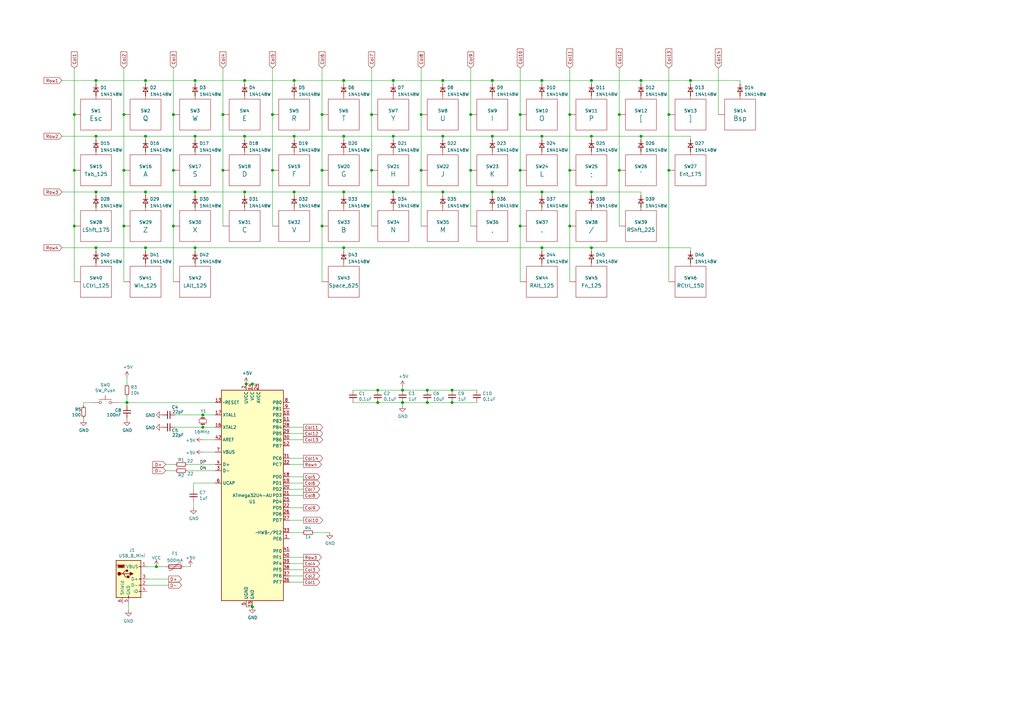
<source format=kicad_sch>
(kicad_sch (version 20210621) (generator eeschema)
  (paper "A3")
  (lib_symbols
    (symbol "Connector:USB_B_Mini" (pin_names (offset 1.016))
      (property "Reference" "J" (at -5.08 11.43 0))
      (property "Value" "USB_B_Mini" (at -5.08 8.89 0))
      (symbol "USB_B_Mini_1_1"
        (pin power_out line (at 7.62 5.08 180) (length 2.54) (name "VBUS") (number "1"))
        (pin bidirectional line (at 7.62 -2.54 180) (length 2.54) (name "D-") (number "2"))
        (pin bidirectional line (at 7.62 0 180) (length 2.54) (name "D+") (number "3"))
        (pin passive line (at 7.62 -5.08 180) (length 2.54) (name "ID") (number "4"))
        (pin power_out line (at 0 -10.16 90) (length 2.54) (name "GND") (number "5"))
        (pin passive line (at -2.54 -10.16 90) (length 2.54) (name "Shield") (number "6"))
      )
    )
    (symbol "Device:C_Small" (pin_numbers hide) (pin_names (offset 0.254) hide)
      (property "Reference" "C" (at 0.254 1.778 0))
      (property "Value" "C_Small" (at 0.254 -2.032 0))
      (symbol "C_Small_1_1"
        (pin passive line (at 0 2.54 270) (length 2.032) (name "~") (number "1"))
        (pin passive line (at 0 -2.54 90) (length 2.032) (name "~") (number "2"))
      )
    )
    (symbol "Device:Crystal_Small" (pin_numbers hide) (pin_names (offset 1.016) hide)
      (property "Reference" "Y" (at 0 2.54 0))
      (property "Value" "Crystal_Small" (at 0 -2.54 0))
      (symbol "Crystal_Small_1_1"
        (pin passive line (at -2.54 0 0) (length 1.27) (name "1") (number "1"))
        (pin passive line (at 2.54 0 180) (length 1.27) (name "2") (number "2"))
      )
    )
    (symbol "Device:D_Small" (pin_numbers hide) (pin_names (offset 0.254) hide)
      (property "Reference" "D" (at -1.27 2.032 0))
      (property "Value" "D_Small" (at -3.81 -2.032 0))
      (symbol "D_Small_1_1"
        (pin passive line (at -2.54 0 0) (length 1.778) (name "K") (number "1"))
        (pin passive line (at 2.54 0 180) (length 1.778) (name "A") (number "2"))
      )
    )
    (symbol "Device:Polyfuse" (pin_numbers hide) (pin_names (offset 0))
      (property "Reference" "F" (at -2.54 0 90))
      (property "Value" "Polyfuse" (at 2.54 0 90))
      (symbol "Polyfuse_1_1"
        (pin passive line (at 0 3.81 270) (length 1.27) (name "~") (number "1"))
        (pin passive line (at 0 -3.81 90) (length 1.27) (name "~") (number "2"))
      )
    )
    (symbol "Device:R_Small" (pin_numbers hide) (pin_names (offset 0.254) hide)
      (property "Reference" "R" (at 0.762 0.508 0))
      (property "Value" "R_Small" (at 0.762 -1.016 0))
      (symbol "R_Small_1_1"
        (pin passive line (at 0 2.54 270) (length 0.762) (name "~") (number "1"))
        (pin passive line (at 0 -2.54 90) (length 0.762) (name "~") (number "2"))
      )
    )
    (symbol "MCU_Microchip_ATmega:ATmega32U4-AU"
      (property "Reference" "U" (at -12.7 44.45 0))
      (property "Value" "ATmega32U4-AU" (at 2.54 -44.45 0))
      (symbol "ATmega32U4-AU_1_1"
        (pin bidirectional line (at 15.24 -17.78 180) (length 2.54) (name "PE6") (number "1"))
        (pin bidirectional line (at 15.24 33.02 180) (length 2.54) (name "PB2") (number "10"))
        (pin bidirectional line (at 15.24 30.48 180) (length 2.54) (name "PB3") (number "11"))
        (pin bidirectional line (at 15.24 20.32 180) (length 2.54) (name "PB7") (number "12"))
        (pin input line (at -15.24 38.1 0) (length 2.54) (name "~RESET") (number "13"))
        (pin power_in line (at 0 45.72 270) (length 2.54) (name "VCC") (number "14"))
        (pin power_in line (at 0 -45.72 90) (length 2.54) (name "GND") (number "15"))
        (pin output line (at -15.24 27.94 0) (length 2.54) (name "XTAL2") (number "16"))
        (pin input line (at -15.24 33.02 0) (length 2.54) (name "XTAL1") (number "17"))
        (pin bidirectional line (at 15.24 7.62 180) (length 2.54) (name "PD0") (number "18"))
        (pin bidirectional line (at 15.24 5.08 180) (length 2.54) (name "PD1") (number "19"))
        (pin power_in line (at -2.54 45.72 270) (length 2.54) (name "UVCC") (number "2"))
        (pin bidirectional line (at 15.24 2.54 180) (length 2.54) (name "PD2") (number "20"))
        (pin bidirectional line (at 15.24 0 180) (length 2.54) (name "PD3") (number "21"))
        (pin bidirectional line (at 15.24 -5.08 180) (length 2.54) (name "PD5") (number "22"))
        (pin passive line (at 0 -45.72 90) (length 2.54) hide (name "GND") (number "23"))
        (pin power_in line (at 2.54 45.72 270) (length 2.54) (name "AVCC") (number "24"))
        (pin bidirectional line (at 15.24 -2.54 180) (length 2.54) (name "PD4") (number "25"))
        (pin bidirectional line (at 15.24 -7.62 180) (length 2.54) (name "PD6") (number "26"))
        (pin bidirectional line (at 15.24 -10.16 180) (length 2.54) (name "PD7") (number "27"))
        (pin bidirectional line (at 15.24 27.94 180) (length 2.54) (name "PB4") (number "28"))
        (pin bidirectional line (at 15.24 25.4 180) (length 2.54) (name "PB5") (number "29"))
        (pin bidirectional line (at -15.24 10.16 0) (length 2.54) (name "D-") (number "3"))
        (pin bidirectional line (at 15.24 22.86 180) (length 2.54) (name "PB6") (number "30"))
        (pin bidirectional line (at 15.24 15.24 180) (length 2.54) (name "PC6") (number "31"))
        (pin bidirectional line (at 15.24 12.7 180) (length 2.54) (name "PC7") (number "32"))
        (pin bidirectional line (at 15.24 -15.24 180) (length 2.54) (name "~HWB~/PE2") (number "33"))
        (pin passive line (at 0 45.72 270) (length 2.54) hide (name "VCC") (number "34"))
        (pin passive line (at 0 -45.72 90) (length 2.54) hide (name "GND") (number "35"))
        (pin bidirectional line (at 15.24 -35.56 180) (length 2.54) (name "PF7") (number "36"))
        (pin bidirectional line (at 15.24 -33.02 180) (length 2.54) (name "PF6") (number "37"))
        (pin bidirectional line (at 15.24 -30.48 180) (length 2.54) (name "PF5") (number "38"))
        (pin bidirectional line (at 15.24 -27.94 180) (length 2.54) (name "PF4") (number "39"))
        (pin bidirectional line (at -15.24 12.7 0) (length 2.54) (name "D+") (number "4"))
        (pin bidirectional line (at 15.24 -25.4 180) (length 2.54) (name "PF1") (number "40"))
        (pin bidirectional line (at 15.24 -22.86 180) (length 2.54) (name "PF0") (number "41"))
        (pin passive line (at -15.24 22.86 0) (length 2.54) (name "AREF") (number "42"))
        (pin passive line (at 0 -45.72 90) (length 2.54) hide (name "GND") (number "43"))
        (pin passive line (at 2.54 45.72 270) (length 2.54) hide (name "AVCC") (number "44"))
        (pin passive line (at -2.54 -45.72 90) (length 2.54) (name "UGND") (number "5"))
        (pin passive line (at -15.24 5.08 0) (length 2.54) (name "UCAP") (number "6"))
        (pin input line (at -15.24 17.78 0) (length 2.54) (name "VBUS") (number "7"))
        (pin bidirectional line (at 15.24 38.1 180) (length 2.54) (name "PB0") (number "8"))
        (pin bidirectional line (at 15.24 35.56 180) (length 2.54) (name "PB1") (number "9"))
      )
    )
    (symbol "Switch:SW_Push" (pin_numbers hide) (pin_names (offset 1.016) hide)
      (property "Reference" "SW" (at 1.27 2.54 0))
      (property "Value" "SW_Push" (at 0 -1.524 0))
      (symbol "SW_Push_0_1"
        (pin passive line (at -5.08 0 0) (length 2.54) (name "1") (number "1"))
        (pin passive line (at 5.08 0 180) (length 2.54) (name "2") (number "2"))
      )
    )
    (symbol "acheronSymbols:MXSwitch" (pin_names (offset 1.016))
      (property "Reference" "SW" (at 0 0 0))
      (property "Value" "MXSwitch" (at 0 -3.81 0))
      (symbol "MXSwitch_1_1"
        (pin output line (at -8.89 0 0) (length 2.54) hide (name "Col") (number "1"))
        (pin input line (at 0 8.89 270) (length 2.54) hide (name "Row") (number "2"))
      )
    )
    (symbol "power:+5V" (power) (pin_names (offset 0))
      (property "Value" "+5V" (at 0 3.556 0))
      (symbol "+5V_1_1"
        (pin power_in line (at 0 0 90) (length 0) hide (name "+5V") (number "1"))
      )
    )
    (symbol "power:GND" (power) (pin_names (offset 0))
      (property "Value" "GND" (at 0 -3.81 0))
      (symbol "GND_1_1"
        (pin power_in line (at 0 0 270) (length 0) hide (name "GND") (number "1"))
      )
    )
    (symbol "power:VCC" (power) (pin_names (offset 0))
      (property "Value" "VCC" (at 0 3.81 0))
      (symbol "VCC_1_1"
        (pin power_in line (at 0 0 90) (length 0) hide (name "VCC") (number "1"))
      )
    )
  )
  (junction (at 30.48 46.99) (diameter 1.016))
  (junction (at 30.48 69.85) (diameter 1.016))
  (junction (at 30.48 92.71) (diameter 1.016))
  (junction (at 39.37 33.02) (diameter 1.016))
  (junction (at 39.37 55.88) (diameter 1.016))
  (junction (at 39.37 78.74) (diameter 1.016))
  (junction (at 39.37 101.6) (diameter 1.016))
  (junction (at 50.8 46.99) (diameter 1.016))
  (junction (at 50.8 69.85) (diameter 1.016))
  (junction (at 50.8 92.71) (diameter 1.016))
  (junction (at 52.07 165.1) (diameter 1.016))
  (junction (at 59.69 33.02) (diameter 1.016))
  (junction (at 59.69 55.88) (diameter 1.016))
  (junction (at 59.69 78.74) (diameter 1.016))
  (junction (at 59.69 101.6) (diameter 1.016))
  (junction (at 64.135 232.41) (diameter 1.016))
  (junction (at 71.12 46.99) (diameter 1.016))
  (junction (at 71.12 69.85) (diameter 1.016))
  (junction (at 71.12 92.71) (diameter 1.016))
  (junction (at 80.01 33.02) (diameter 1.016))
  (junction (at 80.01 55.88) (diameter 1.016))
  (junction (at 80.01 78.74) (diameter 1.016))
  (junction (at 80.01 101.6) (diameter 1.016))
  (junction (at 83.185 170.18) (diameter 1.016))
  (junction (at 83.185 175.26) (diameter 1.016))
  (junction (at 91.44 46.99) (diameter 1.016))
  (junction (at 91.44 69.85) (diameter 1.016))
  (junction (at 100.33 33.02) (diameter 1.016))
  (junction (at 100.33 55.88) (diameter 1.016))
  (junction (at 100.33 78.74) (diameter 1.016))
  (junction (at 100.965 157.48) (diameter 1.016))
  (junction (at 103.505 157.48) (diameter 1.016))
  (junction (at 103.505 248.92) (diameter 1.016))
  (junction (at 111.76 46.99) (diameter 1.016))
  (junction (at 111.76 69.85) (diameter 1.016))
  (junction (at 120.65 33.02) (diameter 1.016))
  (junction (at 120.65 55.88) (diameter 1.016))
  (junction (at 120.65 78.74) (diameter 1.016))
  (junction (at 132.08 46.99) (diameter 1.016))
  (junction (at 132.08 69.85) (diameter 1.016))
  (junction (at 132.08 92.71) (diameter 1.016))
  (junction (at 140.97 33.02) (diameter 1.016))
  (junction (at 140.97 55.88) (diameter 1.016))
  (junction (at 140.97 78.74) (diameter 1.016))
  (junction (at 140.97 101.6) (diameter 1.016))
  (junction (at 152.4 46.99) (diameter 1.016))
  (junction (at 152.4 69.85) (diameter 1.016))
  (junction (at 154.94 160.02) (diameter 1.016))
  (junction (at 154.94 165.1) (diameter 1.016))
  (junction (at 161.29 33.02) (diameter 1.016))
  (junction (at 161.29 55.88) (diameter 1.016))
  (junction (at 161.29 78.74) (diameter 1.016))
  (junction (at 165.1 160.02) (diameter 1.016))
  (junction (at 165.1 165.1) (diameter 1.016))
  (junction (at 172.72 46.99) (diameter 1.016))
  (junction (at 172.72 69.85) (diameter 1.016))
  (junction (at 175.26 160.02) (diameter 1.016))
  (junction (at 175.26 165.1) (diameter 1.016))
  (junction (at 181.61 33.02) (diameter 1.016))
  (junction (at 181.61 55.88) (diameter 1.016))
  (junction (at 181.61 78.74) (diameter 1.016))
  (junction (at 185.42 160.02) (diameter 1.016))
  (junction (at 185.42 165.1) (diameter 1.016))
  (junction (at 193.04 46.99) (diameter 1.016))
  (junction (at 193.04 69.85) (diameter 1.016))
  (junction (at 201.93 33.02) (diameter 1.016))
  (junction (at 201.93 55.88) (diameter 1.016))
  (junction (at 201.93 78.74) (diameter 1.016))
  (junction (at 213.36 46.99) (diameter 1.016))
  (junction (at 213.36 69.85) (diameter 1.016))
  (junction (at 213.36 92.71) (diameter 1.016))
  (junction (at 222.25 33.02) (diameter 1.016))
  (junction (at 222.25 55.88) (diameter 1.016))
  (junction (at 222.25 78.74) (diameter 1.016))
  (junction (at 222.25 101.6) (diameter 1.016))
  (junction (at 233.68 46.99) (diameter 1.016))
  (junction (at 233.68 69.85) (diameter 1.016))
  (junction (at 233.68 92.71) (diameter 1.016))
  (junction (at 242.57 33.02) (diameter 1.016))
  (junction (at 242.57 55.88) (diameter 1.016))
  (junction (at 242.57 78.74) (diameter 1.016))
  (junction (at 242.57 101.6) (diameter 1.016))
  (junction (at 254 46.99) (diameter 1.016))
  (junction (at 254 69.85) (diameter 1.016))
  (junction (at 262.89 33.02) (diameter 1.016))
  (junction (at 262.89 55.88) (diameter 1.016))
  (junction (at 274.32 46.99) (diameter 1.016))
  (junction (at 274.32 69.85) (diameter 1.016))
  (junction (at 283.21 33.02) (diameter 1.016))
  (wire (pts (xy 25.4 33.02) (xy 39.37 33.02)))
  (wire (pts (xy 25.4 55.88) (xy 39.37 55.88)))
  (wire (pts (xy 25.4 78.74) (xy 39.37 78.74)))
  (wire (pts (xy 25.4 101.6) (xy 39.37 101.6)))
  (wire (pts (xy 30.48 27.94) (xy 30.48 46.99)))
  (wire (pts (xy 30.48 46.99) (xy 30.48 69.85)))
  (wire (pts (xy 30.48 69.85) (xy 30.48 92.71)))
  (wire (pts (xy 30.48 92.71) (xy 30.48 115.57)))
  (wire (pts (xy 34.29 165.1) (xy 34.29 166.37)))
  (wire (pts (xy 34.29 171.45) (xy 34.29 172.085)))
  (wire (pts (xy 38.1 165.1) (xy 34.29 165.1)))
  (wire (pts (xy 39.37 33.02) (xy 59.69 33.02)))
  (wire (pts (xy 39.37 34.29) (xy 39.37 33.02)))
  (wire (pts (xy 39.37 39.37) (xy 39.37 38.1)))
  (wire (pts (xy 39.37 55.88) (xy 59.69 55.88)))
  (wire (pts (xy 39.37 57.15) (xy 39.37 55.88)))
  (wire (pts (xy 39.37 62.23) (xy 39.37 60.96)))
  (wire (pts (xy 39.37 78.74) (xy 59.69 78.74)))
  (wire (pts (xy 39.37 80.01) (xy 39.37 78.74)))
  (wire (pts (xy 39.37 85.09) (xy 39.37 83.82)))
  (wire (pts (xy 39.37 101.6) (xy 59.69 101.6)))
  (wire (pts (xy 39.37 102.87) (xy 39.37 101.6)))
  (wire (pts (xy 39.37 107.95) (xy 39.37 106.68)))
  (wire (pts (xy 48.26 165.1) (xy 52.07 165.1)))
  (wire (pts (xy 50.8 27.94) (xy 50.8 46.99)))
  (wire (pts (xy 50.8 46.99) (xy 50.8 69.85)))
  (wire (pts (xy 50.8 69.85) (xy 50.8 92.71)))
  (wire (pts (xy 50.8 92.71) (xy 50.8 115.57)))
  (wire (pts (xy 52.07 157.48) (xy 52.07 154.94)))
  (wire (pts (xy 52.07 165.1) (xy 52.07 162.56)))
  (wire (pts (xy 52.07 165.1) (xy 52.07 166.37)))
  (wire (pts (xy 52.07 165.1) (xy 88.265 165.1)))
  (wire (pts (xy 52.07 171.45) (xy 52.07 172.085)))
  (wire (pts (xy 52.705 247.65) (xy 52.705 250.19)))
  (wire (pts (xy 59.69 33.02) (xy 59.69 34.29)))
  (wire (pts (xy 59.69 33.02) (xy 80.01 33.02)))
  (wire (pts (xy 59.69 39.37) (xy 59.69 38.1)))
  (wire (pts (xy 59.69 55.88) (xy 80.01 55.88)))
  (wire (pts (xy 59.69 57.15) (xy 59.69 55.88)))
  (wire (pts (xy 59.69 62.23) (xy 59.69 60.96)))
  (wire (pts (xy 59.69 78.74) (xy 80.01 78.74)))
  (wire (pts (xy 59.69 80.01) (xy 59.69 78.74)))
  (wire (pts (xy 59.69 85.09) (xy 59.69 83.82)))
  (wire (pts (xy 59.69 101.6) (xy 80.01 101.6)))
  (wire (pts (xy 59.69 102.87) (xy 59.69 101.6)))
  (wire (pts (xy 59.69 107.95) (xy 59.69 106.68)))
  (wire (pts (xy 60.325 232.41) (xy 64.135 232.41)))
  (wire (pts (xy 60.325 237.49) (xy 69.215 237.49)))
  (wire (pts (xy 60.325 240.03) (xy 69.215 240.03)))
  (wire (pts (xy 64.135 232.41) (xy 67.945 232.41)))
  (wire (pts (xy 71.12 27.94) (xy 71.12 46.99)))
  (wire (pts (xy 71.12 46.99) (xy 71.12 69.85)))
  (wire (pts (xy 71.12 69.85) (xy 71.12 92.71)))
  (wire (pts (xy 71.12 92.71) (xy 71.12 115.57)))
  (wire (pts (xy 71.755 170.18) (xy 83.185 170.18)))
  (wire (pts (xy 71.755 175.26) (xy 83.185 175.26)))
  (wire (pts (xy 71.755 190.5) (xy 67.945 190.5)))
  (wire (pts (xy 71.755 193.04) (xy 67.945 193.04)))
  (wire (pts (xy 75.565 232.41) (xy 78.105 232.41)))
  (wire (pts (xy 76.835 190.5) (xy 88.265 190.5)))
  (wire (pts (xy 76.835 193.04) (xy 88.265 193.04)))
  (wire (pts (xy 79.375 198.12) (xy 79.375 200.66)))
  (wire (pts (xy 79.375 205.74) (xy 79.375 208.28)))
  (wire (pts (xy 80.01 33.02) (xy 80.01 34.29)))
  (wire (pts (xy 80.01 33.02) (xy 100.33 33.02)))
  (wire (pts (xy 80.01 39.37) (xy 80.01 38.1)))
  (wire (pts (xy 80.01 55.88) (xy 80.01 57.15)))
  (wire (pts (xy 80.01 55.88) (xy 100.33 55.88)))
  (wire (pts (xy 80.01 62.23) (xy 80.01 60.96)))
  (wire (pts (xy 80.01 78.74) (xy 80.01 80.01)))
  (wire (pts (xy 80.01 78.74) (xy 100.33 78.74)))
  (wire (pts (xy 80.01 85.09) (xy 80.01 83.82)))
  (wire (pts (xy 80.01 101.6) (xy 140.97 101.6)))
  (wire (pts (xy 80.01 102.87) (xy 80.01 101.6)))
  (wire (pts (xy 80.01 107.95) (xy 80.01 106.68)))
  (wire (pts (xy 83.185 170.18) (xy 88.265 170.18)))
  (wire (pts (xy 83.185 175.26) (xy 88.265 175.26)))
  (wire (pts (xy 83.185 180.34) (xy 88.265 180.34)))
  (wire (pts (xy 83.185 185.42) (xy 88.265 185.42)))
  (wire (pts (xy 88.265 198.12) (xy 79.375 198.12)))
  (wire (pts (xy 91.44 27.94) (xy 91.44 46.99)))
  (wire (pts (xy 91.44 46.99) (xy 91.44 69.85)))
  (wire (pts (xy 91.44 69.85) (xy 91.44 92.71)))
  (wire (pts (xy 100.33 33.02) (xy 100.33 34.29)))
  (wire (pts (xy 100.33 33.02) (xy 120.65 33.02)))
  (wire (pts (xy 100.33 39.37) (xy 100.33 38.1)))
  (wire (pts (xy 100.33 55.88) (xy 100.33 57.15)))
  (wire (pts (xy 100.33 55.88) (xy 120.65 55.88)))
  (wire (pts (xy 100.33 62.23) (xy 100.33 60.96)))
  (wire (pts (xy 100.33 78.74) (xy 100.33 80.01)))
  (wire (pts (xy 100.33 78.74) (xy 120.65 78.74)))
  (wire (pts (xy 100.33 85.09) (xy 100.33 83.82)))
  (wire (pts (xy 103.505 157.48) (xy 100.965 157.48)))
  (wire (pts (xy 103.505 248.92) (xy 100.965 248.92)))
  (wire (pts (xy 106.045 157.48) (xy 103.505 157.48)))
  (wire (pts (xy 111.76 27.94) (xy 111.76 46.99)))
  (wire (pts (xy 111.76 46.99) (xy 111.76 69.85)))
  (wire (pts (xy 111.76 69.85) (xy 111.76 92.71)))
  (wire (pts (xy 118.745 175.26) (xy 124.46 175.26)))
  (wire (pts (xy 118.745 177.8) (xy 124.46 177.8)))
  (wire (pts (xy 118.745 180.34) (xy 124.46 180.34)))
  (wire (pts (xy 118.745 187.96) (xy 124.46 187.96)))
  (wire (pts (xy 118.745 190.5) (xy 124.46 190.5)))
  (wire (pts (xy 118.745 195.58) (xy 124.46 195.58)))
  (wire (pts (xy 118.745 198.12) (xy 124.46 198.12)))
  (wire (pts (xy 118.745 200.66) (xy 124.46 200.66)))
  (wire (pts (xy 118.745 203.2) (xy 124.46 203.2)))
  (wire (pts (xy 118.745 208.28) (xy 124.46 208.28)))
  (wire (pts (xy 118.745 213.36) (xy 124.46 213.36)))
  (wire (pts (xy 118.745 218.44) (xy 123.825 218.44)))
  (wire (pts (xy 118.745 228.6) (xy 124.46 228.6)))
  (wire (pts (xy 118.745 233.68) (xy 124.46 233.68)))
  (wire (pts (xy 118.745 236.22) (xy 124.46 236.22)))
  (wire (pts (xy 118.745 238.76) (xy 124.46 238.76)))
  (wire (pts (xy 120.65 33.02) (xy 120.65 34.29)))
  (wire (pts (xy 120.65 33.02) (xy 140.97 33.02)))
  (wire (pts (xy 120.65 39.37) (xy 120.65 38.1)))
  (wire (pts (xy 120.65 55.88) (xy 120.65 57.15)))
  (wire (pts (xy 120.65 55.88) (xy 140.97 55.88)))
  (wire (pts (xy 120.65 62.23) (xy 120.65 60.96)))
  (wire (pts (xy 120.65 78.74) (xy 120.65 80.01)))
  (wire (pts (xy 120.65 78.74) (xy 140.97 78.74)))
  (wire (pts (xy 120.65 85.09) (xy 120.65 83.82)))
  (wire (pts (xy 124.46 231.14) (xy 118.745 231.14)))
  (wire (pts (xy 128.905 218.44) (xy 135.255 218.44)))
  (wire (pts (xy 132.08 27.94) (xy 132.08 46.99)))
  (wire (pts (xy 132.08 46.99) (xy 132.08 69.85)))
  (wire (pts (xy 132.08 69.85) (xy 132.08 92.71)))
  (wire (pts (xy 132.08 92.71) (xy 132.08 115.57)))
  (wire (pts (xy 140.97 33.02) (xy 140.97 34.29)))
  (wire (pts (xy 140.97 33.02) (xy 161.29 33.02)))
  (wire (pts (xy 140.97 39.37) (xy 140.97 38.1)))
  (wire (pts (xy 140.97 55.88) (xy 140.97 57.15)))
  (wire (pts (xy 140.97 55.88) (xy 161.29 55.88)))
  (wire (pts (xy 140.97 62.23) (xy 140.97 60.96)))
  (wire (pts (xy 140.97 78.74) (xy 140.97 80.01)))
  (wire (pts (xy 140.97 78.74) (xy 161.29 78.74)))
  (wire (pts (xy 140.97 85.09) (xy 140.97 83.82)))
  (wire (pts (xy 140.97 101.6) (xy 222.25 101.6)))
  (wire (pts (xy 140.97 102.87) (xy 140.97 101.6)))
  (wire (pts (xy 140.97 107.95) (xy 140.97 106.68)))
  (wire (pts (xy 144.78 160.02) (xy 154.94 160.02)))
  (wire (pts (xy 144.78 165.1) (xy 154.94 165.1)))
  (wire (pts (xy 152.4 27.94) (xy 152.4 46.99)))
  (wire (pts (xy 152.4 46.99) (xy 152.4 69.85)))
  (wire (pts (xy 152.4 69.85) (xy 152.4 92.71)))
  (wire (pts (xy 154.94 160.02) (xy 165.1 160.02)))
  (wire (pts (xy 154.94 165.1) (xy 165.1 165.1)))
  (wire (pts (xy 161.29 33.02) (xy 161.29 34.29)))
  (wire (pts (xy 161.29 33.02) (xy 181.61 33.02)))
  (wire (pts (xy 161.29 39.37) (xy 161.29 38.1)))
  (wire (pts (xy 161.29 55.88) (xy 161.29 57.15)))
  (wire (pts (xy 161.29 55.88) (xy 181.61 55.88)))
  (wire (pts (xy 161.29 62.23) (xy 161.29 60.96)))
  (wire (pts (xy 161.29 78.74) (xy 161.29 80.01)))
  (wire (pts (xy 161.29 78.74) (xy 181.61 78.74)))
  (wire (pts (xy 161.29 85.09) (xy 161.29 83.82)))
  (wire (pts (xy 165.1 158.75) (xy 165.1 160.02)))
  (wire (pts (xy 165.1 160.02) (xy 175.26 160.02)))
  (wire (pts (xy 165.1 165.1) (xy 165.1 166.37)))
  (wire (pts (xy 165.1 165.1) (xy 175.26 165.1)))
  (wire (pts (xy 172.72 27.94) (xy 172.72 46.99)))
  (wire (pts (xy 172.72 46.99) (xy 172.72 69.85)))
  (wire (pts (xy 172.72 69.85) (xy 172.72 92.71)))
  (wire (pts (xy 175.26 160.02) (xy 185.42 160.02)))
  (wire (pts (xy 181.61 33.02) (xy 181.61 34.29)))
  (wire (pts (xy 181.61 33.02) (xy 201.93 33.02)))
  (wire (pts (xy 181.61 39.37) (xy 181.61 38.1)))
  (wire (pts (xy 181.61 55.88) (xy 181.61 57.15)))
  (wire (pts (xy 181.61 55.88) (xy 201.93 55.88)))
  (wire (pts (xy 181.61 62.23) (xy 181.61 60.96)))
  (wire (pts (xy 181.61 78.74) (xy 181.61 80.01)))
  (wire (pts (xy 181.61 78.74) (xy 201.93 78.74)))
  (wire (pts (xy 181.61 85.09) (xy 181.61 83.82)))
  (wire (pts (xy 185.42 160.02) (xy 195.58 160.02)))
  (wire (pts (xy 185.42 165.1) (xy 175.26 165.1)))
  (wire (pts (xy 193.04 27.94) (xy 193.04 46.99)))
  (wire (pts (xy 193.04 46.99) (xy 193.04 69.85)))
  (wire (pts (xy 193.04 69.85) (xy 193.04 92.71)))
  (wire (pts (xy 195.58 165.1) (xy 185.42 165.1)))
  (wire (pts (xy 201.93 33.02) (xy 201.93 34.29)))
  (wire (pts (xy 201.93 33.02) (xy 222.25 33.02)))
  (wire (pts (xy 201.93 39.37) (xy 201.93 38.1)))
  (wire (pts (xy 201.93 55.88) (xy 201.93 57.15)))
  (wire (pts (xy 201.93 55.88) (xy 222.25 55.88)))
  (wire (pts (xy 201.93 62.23) (xy 201.93 60.96)))
  (wire (pts (xy 201.93 78.74) (xy 201.93 80.01)))
  (wire (pts (xy 201.93 78.74) (xy 222.25 78.74)))
  (wire (pts (xy 201.93 85.09) (xy 201.93 83.82)))
  (wire (pts (xy 213.36 27.94) (xy 213.36 46.99)))
  (wire (pts (xy 213.36 46.99) (xy 213.36 69.85)))
  (wire (pts (xy 213.36 69.85) (xy 213.36 92.71)))
  (wire (pts (xy 213.36 92.71) (xy 213.36 115.57)))
  (wire (pts (xy 222.25 33.02) (xy 222.25 34.29)))
  (wire (pts (xy 222.25 33.02) (xy 242.57 33.02)))
  (wire (pts (xy 222.25 39.37) (xy 222.25 38.1)))
  (wire (pts (xy 222.25 55.88) (xy 222.25 57.15)))
  (wire (pts (xy 222.25 55.88) (xy 242.57 55.88)))
  (wire (pts (xy 222.25 62.23) (xy 222.25 60.96)))
  (wire (pts (xy 222.25 78.74) (xy 222.25 80.01)))
  (wire (pts (xy 222.25 78.74) (xy 242.57 78.74)))
  (wire (pts (xy 222.25 85.09) (xy 222.25 83.82)))
  (wire (pts (xy 222.25 101.6) (xy 242.57 101.6)))
  (wire (pts (xy 222.25 102.87) (xy 222.25 101.6)))
  (wire (pts (xy 222.25 107.95) (xy 222.25 106.68)))
  (wire (pts (xy 233.68 27.94) (xy 233.68 46.99)))
  (wire (pts (xy 233.68 46.99) (xy 233.68 69.85)))
  (wire (pts (xy 233.68 69.85) (xy 233.68 92.71)))
  (wire (pts (xy 233.68 92.71) (xy 233.68 115.57)))
  (wire (pts (xy 242.57 33.02) (xy 242.57 34.29)))
  (wire (pts (xy 242.57 33.02) (xy 262.89 33.02)))
  (wire (pts (xy 242.57 39.37) (xy 242.57 38.1)))
  (wire (pts (xy 242.57 55.88) (xy 242.57 57.15)))
  (wire (pts (xy 242.57 55.88) (xy 262.89 55.88)))
  (wire (pts (xy 242.57 62.23) (xy 242.57 60.96)))
  (wire (pts (xy 242.57 78.74) (xy 242.57 80.01)))
  (wire (pts (xy 242.57 78.74) (xy 262.89 78.74)))
  (wire (pts (xy 242.57 85.09) (xy 242.57 83.82)))
  (wire (pts (xy 242.57 101.6) (xy 283.21 101.6)))
  (wire (pts (xy 242.57 102.87) (xy 242.57 101.6)))
  (wire (pts (xy 242.57 107.95) (xy 242.57 106.68)))
  (wire (pts (xy 254 27.94) (xy 254 46.99)))
  (wire (pts (xy 254 46.99) (xy 254 69.85)))
  (wire (pts (xy 254 69.85) (xy 254 92.71)))
  (wire (pts (xy 262.89 33.02) (xy 262.89 34.29)))
  (wire (pts (xy 262.89 33.02) (xy 283.21 33.02)))
  (wire (pts (xy 262.89 39.37) (xy 262.89 38.1)))
  (wire (pts (xy 262.89 55.88) (xy 262.89 57.15)))
  (wire (pts (xy 262.89 55.88) (xy 283.21 55.88)))
  (wire (pts (xy 262.89 62.23) (xy 262.89 60.96)))
  (wire (pts (xy 262.89 78.74) (xy 262.89 80.01)))
  (wire (pts (xy 262.89 85.09) (xy 262.89 83.82)))
  (wire (pts (xy 274.32 27.94) (xy 274.32 46.99)))
  (wire (pts (xy 274.32 46.99) (xy 274.32 69.85)))
  (wire (pts (xy 274.32 69.85) (xy 274.32 115.57)))
  (wire (pts (xy 283.21 33.02) (xy 283.21 34.29)))
  (wire (pts (xy 283.21 33.02) (xy 303.53 33.02)))
  (wire (pts (xy 283.21 39.37) (xy 283.21 38.1)))
  (wire (pts (xy 283.21 55.88) (xy 283.21 57.15)))
  (wire (pts (xy 283.21 62.23) (xy 283.21 60.96)))
  (wire (pts (xy 283.21 102.87) (xy 283.21 101.6)))
  (wire (pts (xy 283.21 107.95) (xy 283.21 106.68)))
  (wire (pts (xy 294.64 27.94) (xy 294.64 46.99)))
  (wire (pts (xy 303.53 33.02) (xy 303.53 34.29)))
  (wire (pts (xy 303.53 39.37) (xy 303.53 38.1)))
  (label "DP" (at 81.915 190.5 0))
  (label "DN" (at 81.915 193.04 0))
  (global_label "Row1" (shape input) (at 25.4 33.02 180) (property "Intersheet References" "${INTERSHEET_REFS}" (effects hide)))
  (global_label "Row2" (shape input) (at 25.4 55.88 180) (property "Intersheet References" "${INTERSHEET_REFS}" (effects hide)))
  (global_label "Row3" (shape input) (at 25.4 78.74 180) (property "Intersheet References" "${INTERSHEET_REFS}" (effects hide)))
  (global_label "Row4" (shape input) (at 25.4 101.6 180) (property "Intersheet References" "${INTERSHEET_REFS}" (effects hide)))
  (global_label "Col1" (shape input) (at 30.48 27.94 90) (property "Intersheet References" "${INTERSHEET_REFS}" (effects hide)))
  (global_label "Col2" (shape input) (at 50.8 27.94 90) (property "Intersheet References" "${INTERSHEET_REFS}" (effects hide)))
  (global_label "D+" (shape input) (at 67.945 190.5 180) (property "Intersheet References" "${INTERSHEET_REFS}" (effects hide)))
  (global_label "D-" (shape input) (at 67.945 193.04 180) (property "Intersheet References" "${INTERSHEET_REFS}" (effects hide)))
  (global_label "D+" (shape output) (at 69.215 237.49 0) (property "Intersheet References" "${INTERSHEET_REFS}" (effects hide)))
  (global_label "D-" (shape output) (at 69.215 240.03 0) (property "Intersheet References" "${INTERSHEET_REFS}" (effects hide)))
  (global_label "Col3" (shape input) (at 71.12 27.94 90) (property "Intersheet References" "${INTERSHEET_REFS}" (effects hide)))
  (global_label "Col4" (shape input) (at 91.44 27.94 90) (property "Intersheet References" "${INTERSHEET_REFS}" (effects hide)))
  (global_label "Col5" (shape input) (at 111.76 27.94 90) (property "Intersheet References" "${INTERSHEET_REFS}" (effects hide)))
  (global_label "Col11" (shape output) (at 124.46 175.26 0) (property "Intersheet References" "${INTERSHEET_REFS}" (effects hide)))
  (global_label "Col12" (shape output) (at 124.46 177.8 0) (property "Intersheet References" "${INTERSHEET_REFS}" (effects hide)))
  (global_label "Col13" (shape output) (at 124.46 180.34 0) (property "Intersheet References" "${INTERSHEET_REFS}" (effects hide)))
  (global_label "Col14" (shape output) (at 124.46 187.96 0) (property "Intersheet References" "${INTERSHEET_REFS}" (effects hide)))
  (global_label "Row4" (shape output) (at 124.46 190.5 0) (property "Intersheet References" "${INTERSHEET_REFS}" (effects hide)))
  (global_label "Col5" (shape output) (at 124.46 195.58 0) (property "Intersheet References" "${INTERSHEET_REFS}" (effects hide)))
  (global_label "Col6" (shape output) (at 124.46 198.12 0) (property "Intersheet References" "${INTERSHEET_REFS}" (effects hide)))
  (global_label "Col7" (shape output) (at 124.46 200.66 0) (property "Intersheet References" "${INTERSHEET_REFS}" (effects hide)))
  (global_label "Col8" (shape output) (at 124.46 203.2 0) (property "Intersheet References" "${INTERSHEET_REFS}" (effects hide)))
  (global_label "Col9" (shape output) (at 124.46 208.28 0) (property "Intersheet References" "${INTERSHEET_REFS}" (effects hide)))
  (global_label "Col10" (shape output) (at 124.46 213.36 0) (property "Intersheet References" "${INTERSHEET_REFS}" (effects hide)))
  (global_label "Row3" (shape output) (at 124.46 228.6 0) (property "Intersheet References" "${INTERSHEET_REFS}" (effects hide)))
  (global_label "Col4" (shape output) (at 124.46 231.14 0) (property "Intersheet References" "${INTERSHEET_REFS}" (effects hide)))
  (global_label "Col3" (shape output) (at 124.46 233.68 0) (property "Intersheet References" "${INTERSHEET_REFS}" (effects hide)))
  (global_label "Col2" (shape output) (at 124.46 236.22 0) (property "Intersheet References" "${INTERSHEET_REFS}" (effects hide)))
  (global_label "Col1" (shape output) (at 124.46 238.76 0) (property "Intersheet References" "${INTERSHEET_REFS}" (effects hide)))
  (global_label "Col6" (shape input) (at 132.08 27.94 90) (property "Intersheet References" "${INTERSHEET_REFS}" (effects hide)))
  (global_label "Col7" (shape input) (at 152.4 27.94 90) (property "Intersheet References" "${INTERSHEET_REFS}" (effects hide)))
  (global_label "Col8" (shape input) (at 172.72 27.94 90) (property "Intersheet References" "${INTERSHEET_REFS}" (effects hide)))
  (global_label "Col9" (shape input) (at 193.04 27.94 90) (property "Intersheet References" "${INTERSHEET_REFS}" (effects hide)))
  (global_label "Col10" (shape input) (at 213.36 27.94 90) (property "Intersheet References" "${INTERSHEET_REFS}" (effects hide)))
  (global_label "Col11" (shape input) (at 233.68 27.94 90) (property "Intersheet References" "${INTERSHEET_REFS}" (effects hide)))
  (global_label "Col12" (shape input) (at 254 27.94 90) (property "Intersheet References" "${INTERSHEET_REFS}" (effects hide)))
  (global_label "Col13" (shape input) (at 274.32 27.94 90) (property "Intersheet References" "${INTERSHEET_REFS}" (effects hide)))
  (global_label "Col14" (shape input) (at 294.64 27.94 90) (property "Intersheet References" "${INTERSHEET_REFS}" (effects hide)))
  (symbol (lib_id "power:+5V") (at 52.07 154.94 0) (unit 1)
    (property "Reference" "#PWR0111" (effects hide))
    (property "Value" "+5V" (at 52.451 150.5458 0))
  )
  (symbol (lib_id "power:VCC") (at 64.135 232.41 0) (unit 1)
    (property "Reference" "#PWR0113" (effects hide))
    (property "Value" "VCC" (at 64.135 228.8054 0))
  )
  (symbol (lib_id "power:+5V") (at 78.105 232.41 0) (unit 1)
    (property "Reference" "#PWR0112" (effects hide))
    (property "Value" "+5V" (at 78.105 228.8054 0))
  )
  (symbol (lib_id "power:+5V") (at 83.185 180.34 90) (unit 1)
    (property "Reference" "#PWR0116" (effects hide))
    (property "Value" "+5V" (at 78.1558 180.594 90))
  )
  (symbol (lib_id "power:+5V") (at 83.185 185.42 90) (unit 1)
    (property "Reference" "#PWR0109" (effects hide))
    (property "Value" "+5V" (at 78.1558 185.674 90))
  )
  (symbol (lib_id "power:+5V") (at 100.965 157.48 0) (unit 1)
    (property "Reference" "#PWR0110" (effects hide))
    (property "Value" "+5V" (at 101.346 153.0858 0))
  )
  (symbol (lib_id "power:+5V") (at 165.1 158.75 0) (unit 1)
    (property "Reference" "#PWR0105" (effects hide))
    (property "Value" "+5V" (at 165.481 154.3558 0))
  )
  (symbol (lib_id "power:GND") (at 34.29 172.085 0) (unit 1)
    (property "Reference" "#PWR0102" (effects hide))
    (property "Value" "GND" (at 34.417 176.4792 0))
  )
  (symbol (lib_id "power:GND") (at 52.07 172.085 0) (unit 1)
    (property "Reference" "#PWR0114" (effects hide))
    (property "Value" "GND" (at 52.197 176.4792 0))
  )
  (symbol (lib_id "power:GND") (at 52.705 250.19 0) (unit 1)
    (property "Reference" "#PWR0103" (effects hide))
    (property "Value" "GND" (at 52.705 254.7526 0))
  )
  (symbol (lib_id "power:GND") (at 66.675 170.18 270) (unit 1)
    (property "Reference" "#PWR0115" (effects hide))
    (property "Value" "GND" (at 61.6458 170.307 90))
  )
  (symbol (lib_id "power:GND") (at 66.675 175.26 270) (unit 1)
    (property "Reference" "#PWR0107" (effects hide))
    (property "Value" "GND" (at 61.6458 175.387 90))
  )
  (symbol (lib_id "power:GND") (at 79.375 208.28 0) (unit 1)
    (property "Reference" "#PWR0106" (effects hide))
    (property "Value" "GND" (at 79.502 212.6742 0))
  )
  (symbol (lib_id "power:GND") (at 103.505 248.92 0) (unit 1)
    (property "Reference" "#PWR0108" (effects hide))
    (property "Value" "GND" (at 103.632 253.3142 0))
  )
  (symbol (lib_id "power:GND") (at 135.255 218.44 0) (unit 1)
    (property "Reference" "#PWR0101" (effects hide))
    (property "Value" "GND" (at 135.382 222.8342 0))
  )
  (symbol (lib_id "power:GND") (at 165.1 166.37 0) (unit 1)
    (property "Reference" "#PWR0104" (effects hide))
    (property "Value" "GND" (at 165.227 170.7642 0))
  )
  (symbol (lib_id "Device:R_Small") (at 34.29 168.91 0) (unit 1)
    (property "Reference" "R5" (at 30.7087 168.0015 0) (effects (justify left)))
    (property "Value" "100" (at 29.4387 170.1416 0) (effects (justify left)))
    (property "Footprint" "Resistor_SMD:R_1206_3216Metric_Pad1.30x1.75mm_HandSolder" (effects hide))
  )
  (symbol (lib_id "Device:R_Small") (at 52.07 160.02 0) (unit 1)
    (property "Reference" "R3" (at 53.5686 158.8516 0) (effects (justify left)))
    (property "Value" "10k" (at 53.5686 161.163 0) (effects (justify left)))
    (property "Footprint" "Resistor_SMD:R_1206_3216Metric_Pad1.30x1.75mm_HandSolder" (effects hide))
  )
  (symbol (lib_id "Device:R_Small") (at 74.295 190.5 270) (unit 1)
    (property "Reference" "R1" (at 74.295 188.595 90))
    (property "Value" "22" (at 77.9272 189.0776 90))
    (property "Footprint" "Resistor_SMD:R_1206_3216Metric_Pad1.30x1.75mm_HandSolder" (effects hide))
  )
  (symbol (lib_id "Device:R_Small") (at 74.295 193.04 270) (unit 1)
    (property "Reference" "R2" (at 74.295 194.945 90))
    (property "Value" "22" (at 78.105 194.31 90))
    (property "Footprint" "Resistor_SMD:R_1206_3216Metric_Pad1.30x1.75mm_HandSolder" (effects hide))
  )
  (symbol (lib_id "Device:R_Small") (at 126.365 218.44 270) (unit 1)
    (property "Reference" "R4" (at 126.365 216.6366 90))
    (property "Value" "1k" (at 126.365 220.218 90))
    (property "Footprint" "Resistor_SMD:R_1206_3216Metric_Pad1.30x1.75mm_HandSolder" (effects hide))
  )
  (symbol (lib_id "Device:D_Small") (at 39.37 36.83 270) (unit 1)
    (property "Reference" "D1" (at 41.1481 35.9215 90) (effects (justify left)))
    (property "Value" "1N4148W" (at 41.1481 38.6966 90) (effects (justify left)))
    (property "Footprint" "Diode_SMD:D_SOD-123" (effects hide))
  )
  (symbol (lib_id "Device:D_Small") (at 39.37 59.69 270) (unit 1)
    (property "Reference" "D15" (at 41.1481 58.7815 90) (effects (justify left)))
    (property "Value" "1N4148W" (at 41.1481 61.5566 90) (effects (justify left)))
    (property "Footprint" "Diode_SMD:D_SOD-123" (effects hide))
  )
  (symbol (lib_id "Device:D_Small") (at 39.37 82.55 270) (unit 1)
    (property "Reference" "D28" (at 41.1481 81.6415 90) (effects (justify left)))
    (property "Value" "1N4148W" (at 41.1481 84.4166 90) (effects (justify left)))
    (property "Footprint" "Diode_SMD:D_SOD-123" (effects hide))
  )
  (symbol (lib_id "Device:D_Small") (at 39.37 105.41 270) (unit 1)
    (property "Reference" "D40" (at 41.1481 104.5015 90) (effects (justify left)))
    (property "Value" "1N4148W" (at 41.1481 107.2766 90) (effects (justify left)))
    (property "Footprint" "Diode_SMD:D_SOD-123" (effects hide))
  )
  (symbol (lib_id "Device:D_Small") (at 59.69 36.83 270) (unit 1)
    (property "Reference" "D2" (at 61.4681 35.9215 90) (effects (justify left)))
    (property "Value" "1N4148W" (at 61.4681 38.6966 90) (effects (justify left)))
    (property "Footprint" "Diode_SMD:D_SOD-123" (effects hide))
  )
  (symbol (lib_id "Device:D_Small") (at 59.69 59.69 270) (unit 1)
    (property "Reference" "D16" (at 61.4681 58.7815 90) (effects (justify left)))
    (property "Value" "1N4148W" (at 61.4681 61.5566 90) (effects (justify left)))
    (property "Footprint" "Diode_SMD:D_SOD-123" (effects hide))
  )
  (symbol (lib_id "Device:D_Small") (at 59.69 82.55 270) (unit 1)
    (property "Reference" "D29" (at 61.4681 81.6415 90) (effects (justify left)))
    (property "Value" "1N4148W" (at 61.4681 84.4166 90) (effects (justify left)))
    (property "Footprint" "Diode_SMD:D_SOD-123" (effects hide))
  )
  (symbol (lib_id "Device:D_Small") (at 59.69 105.41 270) (unit 1)
    (property "Reference" "D41" (at 61.4681 104.5015 90) (effects (justify left)))
    (property "Value" "1N4148W" (at 61.4681 107.2766 90) (effects (justify left)))
    (property "Footprint" "Diode_SMD:D_SOD-123" (effects hide))
  )
  (symbol (lib_id "Device:D_Small") (at 80.01 36.83 270) (unit 1)
    (property "Reference" "D3" (at 81.7881 35.9215 90) (effects (justify left)))
    (property "Value" "1N4148W" (at 81.7881 38.6966 90) (effects (justify left)))
    (property "Footprint" "Diode_SMD:D_SOD-123" (effects hide))
  )
  (symbol (lib_id "Device:D_Small") (at 80.01 59.69 270) (unit 1)
    (property "Reference" "D17" (at 81.7881 58.7815 90) (effects (justify left)))
    (property "Value" "1N4148W" (at 81.7881 61.5566 90) (effects (justify left)))
    (property "Footprint" "Diode_SMD:D_SOD-123" (effects hide))
  )
  (symbol (lib_id "Device:D_Small") (at 80.01 82.55 270) (unit 1)
    (property "Reference" "D30" (at 81.7881 81.6415 90) (effects (justify left)))
    (property "Value" "1N4148W" (at 81.7881 84.4166 90) (effects (justify left)))
    (property "Footprint" "Diode_SMD:D_SOD-123" (effects hide))
  )
  (symbol (lib_id "Device:D_Small") (at 80.01 105.41 270) (unit 1)
    (property "Reference" "D42" (at 81.7881 104.5015 90) (effects (justify left)))
    (property "Value" "1N4148W" (at 81.7881 107.2766 90) (effects (justify left)))
    (property "Footprint" "Diode_SMD:D_SOD-123" (effects hide))
  )
  (symbol (lib_id "Device:D_Small") (at 100.33 36.83 270) (unit 1)
    (property "Reference" "D4" (at 102.1081 35.9215 90) (effects (justify left)))
    (property "Value" "1N4148W" (at 102.1081 38.6966 90) (effects (justify left)))
    (property "Footprint" "Diode_SMD:D_SOD-123" (effects hide))
  )
  (symbol (lib_id "Device:D_Small") (at 100.33 59.69 270) (unit 1)
    (property "Reference" "D18" (at 102.1081 58.7815 90) (effects (justify left)))
    (property "Value" "1N4148W" (at 102.1081 61.5566 90) (effects (justify left)))
    (property "Footprint" "Diode_SMD:D_SOD-123" (effects hide))
  )
  (symbol (lib_id "Device:D_Small") (at 100.33 82.55 270) (unit 1)
    (property "Reference" "D31" (at 102.1081 81.6415 90) (effects (justify left)))
    (property "Value" "1N4148W" (at 102.1081 84.4166 90) (effects (justify left)))
    (property "Footprint" "Diode_SMD:D_SOD-123" (effects hide))
  )
  (symbol (lib_id "Device:D_Small") (at 120.65 36.83 270) (unit 1)
    (property "Reference" "D5" (at 122.4281 35.9215 90) (effects (justify left)))
    (property "Value" "1N4148W" (at 122.4281 38.6966 90) (effects (justify left)))
    (property "Footprint" "Diode_SMD:D_SOD-123" (effects hide))
  )
  (symbol (lib_id "Device:D_Small") (at 120.65 59.69 270) (unit 1)
    (property "Reference" "D19" (at 122.4281 58.7815 90) (effects (justify left)))
    (property "Value" "1N4148W" (at 122.4281 61.5566 90) (effects (justify left)))
    (property "Footprint" "Diode_SMD:D_SOD-123" (effects hide))
  )
  (symbol (lib_id "Device:D_Small") (at 120.65 82.55 270) (unit 1)
    (property "Reference" "D32" (at 122.4281 81.6415 90) (effects (justify left)))
    (property "Value" "1N4148W" (at 122.4281 84.4166 90) (effects (justify left)))
    (property "Footprint" "Diode_SMD:D_SOD-123" (effects hide))
  )
  (symbol (lib_id "Device:D_Small") (at 140.97 36.83 270) (unit 1)
    (property "Reference" "D6" (at 142.7481 35.9215 90) (effects (justify left)))
    (property "Value" "1N4148W" (at 142.7481 38.6966 90) (effects (justify left)))
    (property "Footprint" "Diode_SMD:D_SOD-123" (effects hide))
  )
  (symbol (lib_id "Device:D_Small") (at 140.97 59.69 270) (unit 1)
    (property "Reference" "D20" (at 142.7481 58.7815 90) (effects (justify left)))
    (property "Value" "1N4148W" (at 142.7481 61.5566 90) (effects (justify left)))
    (property "Footprint" "Diode_SMD:D_SOD-123" (effects hide))
  )
  (symbol (lib_id "Device:D_Small") (at 140.97 82.55 270) (unit 1)
    (property "Reference" "D33" (at 142.7481 81.6415 90) (effects (justify left)))
    (property "Value" "1N4148W" (at 142.7481 84.4166 90) (effects (justify left)))
    (property "Footprint" "Diode_SMD:D_SOD-123" (effects hide))
  )
  (symbol (lib_id "Device:D_Small") (at 140.97 105.41 270) (unit 1)
    (property "Reference" "D43" (at 142.7481 104.5015 90) (effects (justify left)))
    (property "Value" "1N4148W" (at 142.7481 107.2766 90) (effects (justify left)))
    (property "Footprint" "Diode_SMD:D_SOD-123" (effects hide))
  )
  (symbol (lib_id "Device:D_Small") (at 161.29 36.83 270) (unit 1)
    (property "Reference" "D7" (at 163.0681 35.9215 90) (effects (justify left)))
    (property "Value" "1N4148W" (at 163.0681 38.6966 90) (effects (justify left)))
    (property "Footprint" "Diode_SMD:D_SOD-123" (effects hide))
  )
  (symbol (lib_id "Device:D_Small") (at 161.29 59.69 270) (unit 1)
    (property "Reference" "D21" (at 163.0681 58.7815 90) (effects (justify left)))
    (property "Value" "1N4148W" (at 163.0681 61.5566 90) (effects (justify left)))
    (property "Footprint" "Diode_SMD:D_SOD-123" (effects hide))
  )
  (symbol (lib_id "Device:D_Small") (at 161.29 82.55 270) (unit 1)
    (property "Reference" "D34" (at 163.0681 81.6415 90) (effects (justify left)))
    (property "Value" "1N4148W" (at 163.0681 84.4166 90) (effects (justify left)))
    (property "Footprint" "Diode_SMD:D_SOD-123" (effects hide))
  )
  (symbol (lib_id "Device:D_Small") (at 181.61 36.83 270) (unit 1)
    (property "Reference" "D8" (at 183.3881 35.9215 90) (effects (justify left)))
    (property "Value" "1N4148W" (at 183.3881 38.6966 90) (effects (justify left)))
    (property "Footprint" "Diode_SMD:D_SOD-123" (effects hide))
  )
  (symbol (lib_id "Device:D_Small") (at 181.61 59.69 270) (unit 1)
    (property "Reference" "D22" (at 183.3881 58.7815 90) (effects (justify left)))
    (property "Value" "1N4148W" (at 183.3881 61.5566 90) (effects (justify left)))
    (property "Footprint" "Diode_SMD:D_SOD-123" (effects hide))
  )
  (symbol (lib_id "Device:D_Small") (at 181.61 82.55 270) (unit 1)
    (property "Reference" "D35" (at 183.3881 81.6415 90) (effects (justify left)))
    (property "Value" "1N4148W" (at 183.3881 84.4166 90) (effects (justify left)))
    (property "Footprint" "Diode_SMD:D_SOD-123" (effects hide))
  )
  (symbol (lib_id "Device:D_Small") (at 201.93 36.83 270) (unit 1)
    (property "Reference" "D9" (at 203.7081 35.9215 90) (effects (justify left)))
    (property "Value" "1N4148W" (at 203.7081 38.6966 90) (effects (justify left)))
    (property "Footprint" "Diode_SMD:D_SOD-123" (effects hide))
  )
  (symbol (lib_id "Device:D_Small") (at 201.93 59.69 270) (unit 1)
    (property "Reference" "D23" (at 203.7081 58.7815 90) (effects (justify left)))
    (property "Value" "1N4148W" (at 203.7081 61.5566 90) (effects (justify left)))
    (property "Footprint" "Diode_SMD:D_SOD-123" (effects hide))
  )
  (symbol (lib_id "Device:D_Small") (at 201.93 82.55 270) (unit 1)
    (property "Reference" "D36" (at 203.7081 81.6415 90) (effects (justify left)))
    (property "Value" "1N4148W" (at 203.7081 84.4166 90) (effects (justify left)))
    (property "Footprint" "Diode_SMD:D_SOD-123" (effects hide))
  )
  (symbol (lib_id "Device:D_Small") (at 222.25 36.83 270) (unit 1)
    (property "Reference" "D10" (at 224.0281 35.9215 90) (effects (justify left)))
    (property "Value" "1N4148W" (at 224.0281 38.6966 90) (effects (justify left)))
    (property "Footprint" "Diode_SMD:D_SOD-123" (effects hide))
  )
  (symbol (lib_id "Device:D_Small") (at 222.25 59.69 270) (unit 1)
    (property "Reference" "D24" (at 224.0281 58.7815 90) (effects (justify left)))
    (property "Value" "1N4148W" (at 224.0281 61.5566 90) (effects (justify left)))
    (property "Footprint" "Diode_SMD:D_SOD-123" (effects hide))
  )
  (symbol (lib_id "Device:D_Small") (at 222.25 82.55 270) (unit 1)
    (property "Reference" "D37" (at 224.0281 81.6415 90) (effects (justify left)))
    (property "Value" "1N4148W" (at 224.0281 84.4166 90) (effects (justify left)))
    (property "Footprint" "Diode_SMD:D_SOD-123" (effects hide))
  )
  (symbol (lib_id "Device:D_Small") (at 222.25 105.41 270) (unit 1)
    (property "Reference" "D44" (at 224.0281 104.5015 90) (effects (justify left)))
    (property "Value" "1N4148W" (at 224.0281 107.2766 90) (effects (justify left)))
    (property "Footprint" "Diode_SMD:D_SOD-123" (effects hide))
  )
  (symbol (lib_id "Device:D_Small") (at 242.57 36.83 270) (unit 1)
    (property "Reference" "D11" (at 244.3481 35.9215 90) (effects (justify left)))
    (property "Value" "1N4148W" (at 244.3481 38.6966 90) (effects (justify left)))
    (property "Footprint" "Diode_SMD:D_SOD-123" (effects hide))
  )
  (symbol (lib_id "Device:D_Small") (at 242.57 59.69 270) (unit 1)
    (property "Reference" "D25" (at 244.3481 58.7815 90) (effects (justify left)))
    (property "Value" "1N4148W" (at 244.3481 61.5566 90) (effects (justify left)))
    (property "Footprint" "Diode_SMD:D_SOD-123" (effects hide))
  )
  (symbol (lib_id "Device:D_Small") (at 242.57 82.55 270) (unit 1)
    (property "Reference" "D38" (at 244.3481 81.6415 90) (effects (justify left)))
    (property "Value" "1N4148W" (at 244.3481 84.4166 90) (effects (justify left)))
    (property "Footprint" "Diode_SMD:D_SOD-123" (effects hide))
  )
  (symbol (lib_id "Device:D_Small") (at 242.57 105.41 270) (unit 1)
    (property "Reference" "D45" (at 244.3481 104.5015 90) (effects (justify left)))
    (property "Value" "1N4148W" (at 244.3481 107.2766 90) (effects (justify left)))
    (property "Footprint" "Diode_SMD:D_SOD-123" (effects hide))
  )
  (symbol (lib_id "Device:D_Small") (at 262.89 36.83 270) (unit 1)
    (property "Reference" "D12" (at 264.6681 35.9215 90) (effects (justify left)))
    (property "Value" "1N4148W" (at 264.6681 38.6966 90) (effects (justify left)))
    (property "Footprint" "Diode_SMD:D_SOD-123" (effects hide))
  )
  (symbol (lib_id "Device:D_Small") (at 262.89 59.69 270) (unit 1)
    (property "Reference" "D26" (at 264.6681 58.7815 90) (effects (justify left)))
    (property "Value" "1N4148W" (at 264.6681 61.5566 90) (effects (justify left)))
    (property "Footprint" "Diode_SMD:D_SOD-123" (effects hide))
  )
  (symbol (lib_id "Device:D_Small") (at 262.89 82.55 270) (unit 1)
    (property "Reference" "D39" (at 264.6681 81.6415 90) (effects (justify left)))
    (property "Value" "1N4148W" (at 264.6681 84.4166 90) (effects (justify left)))
    (property "Footprint" "Diode_SMD:D_SOD-123" (effects hide))
  )
  (symbol (lib_id "Device:D_Small") (at 283.21 36.83 270) (unit 1)
    (property "Reference" "D13" (at 284.9881 35.9215 90) (effects (justify left)))
    (property "Value" "1N4148W" (at 284.9881 38.6966 90) (effects (justify left)))
    (property "Footprint" "Diode_SMD:D_SOD-123" (effects hide))
  )
  (symbol (lib_id "Device:D_Small") (at 283.21 59.69 270) (unit 1)
    (property "Reference" "D27" (at 284.9881 58.7815 90) (effects (justify left)))
    (property "Value" "1N4148W" (at 284.9881 61.5566 90) (effects (justify left)))
    (property "Footprint" "Diode_SMD:D_SOD-123" (effects hide))
  )
  (symbol (lib_id "Device:D_Small") (at 283.21 105.41 270) (unit 1)
    (property "Reference" "D46" (at 284.9881 104.5015 90) (effects (justify left)))
    (property "Value" "1N4148W" (at 284.9881 107.2766 90) (effects (justify left)))
    (property "Footprint" "Diode_SMD:D_SOD-123" (effects hide))
  )
  (symbol (lib_id "Device:D_Small") (at 303.53 36.83 270) (unit 1)
    (property "Reference" "D14" (at 305.3081 35.9215 90) (effects (justify left)))
    (property "Value" "1N4148W" (at 305.3081 38.6966 90) (effects (justify left)))
    (property "Footprint" "Diode_SMD:D_SOD-123" (effects hide))
  )
  (symbol (lib_id "Device:Crystal_Small") (at 83.185 172.72 90) (unit 1)
    (property "Reference" "Y1" (at 82.1691 168.6365 90) (effects (justify right)))
    (property "Value" "16MHz" (at 79.6291 177.1266 90) (effects (justify right)))
    (property "Footprint" "Crystal:Crystal_SMD_5032-2Pin_5.0x3.2mm_HandSoldering" (effects hide))
  )
  (symbol (lib_id "Device:C_Small") (at 52.07 168.91 0) (unit 1)
    (property "Reference" "C8" (at 48.4463 168.275 0))
    (property "Value" "100nF" (at 46.7764 170.18 0))
    (property "Footprint" "Capacitor_SMD:C_0805_2012Metric_Pad1.18x1.45mm_HandSolder" (effects hide))
  )
  (symbol (lib_id "Device:C_Small") (at 69.215 170.18 270) (unit 1)
    (property "Reference" "C4" (at 71.755 167.005 90))
    (property "Value" "22pF" (at 73.025 168.91 90))
    (property "Footprint" "Capacitor_SMD:C_0805_2012Metric_Pad1.18x1.45mm_HandSolder" (effects hide))
  )
  (symbol (lib_id "Device:C_Small") (at 69.215 175.26 270) (unit 1)
    (property "Reference" "C5" (at 71.755 176.53 90))
    (property "Value" "22pF" (at 73.025 178.435 90))
    (property "Footprint" "Capacitor_SMD:C_0805_2012Metric_Pad1.18x1.45mm_HandSolder" (effects hide))
  )
  (symbol (lib_id "Device:C_Small") (at 79.375 203.2 0) (unit 1)
    (property "Reference" "C7" (at 81.7118 202.0316 0) (effects (justify left)))
    (property "Value" "1uF" (at 81.7118 204.343 0) (effects (justify left)))
    (property "Footprint" "Capacitor_SMD:C_0805_2012Metric_Pad1.18x1.45mm_HandSolder" (effects hide))
  )
  (symbol (lib_id "Device:C_Small") (at 144.78 162.56 0) (unit 1)
    (property "Reference" "C1" (at 147.1168 161.3916 0) (effects (justify left)))
    (property "Value" "0.1uF" (at 147.1168 163.703 0) (effects (justify left)))
    (property "Footprint" "Capacitor_SMD:C_0805_2012Metric_Pad1.18x1.45mm_HandSolder" (effects hide))
  )
  (symbol (lib_id "Device:C_Small") (at 154.94 162.56 0) (unit 1)
    (property "Reference" "C2" (at 157.2768 161.3916 0) (effects (justify left)))
    (property "Value" "0.1uF" (at 157.2768 163.703 0) (effects (justify left)))
    (property "Footprint" "Capacitor_SMD:C_0805_2012Metric_Pad1.18x1.45mm_HandSolder" (effects hide))
  )
  (symbol (lib_id "Device:C_Small") (at 165.1 162.56 0) (unit 1)
    (property "Reference" "C3" (at 167.4368 161.3916 0) (effects (justify left)))
    (property "Value" "1uF" (at 167.4368 163.703 0) (effects (justify left)))
    (property "Footprint" "Capacitor_SMD:C_0805_2012Metric_Pad1.18x1.45mm_HandSolder" (effects hide))
  )
  (symbol (lib_id "Device:C_Small") (at 175.26 162.56 0) (unit 1)
    (property "Reference" "C6" (at 177.5968 161.3916 0) (effects (justify left)))
    (property "Value" "10uF" (at 177.5968 163.703 0) (effects (justify left)))
    (property "Footprint" "Capacitor_SMD:C_0805_2012Metric_Pad1.18x1.45mm_HandSolder" (effects hide))
  )
  (symbol (lib_id "Device:C_Small") (at 185.42 162.56 0) (unit 1)
    (property "Reference" "C9" (at 187.7568 161.3916 0) (effects (justify left)))
    (property "Value" "1uF" (at 187.7568 163.703 0) (effects (justify left)))
    (property "Footprint" "Capacitor_SMD:C_0805_2012Metric_Pad1.18x1.45mm_HandSolder" (effects hide))
  )
  (symbol (lib_id "Device:C_Small") (at 195.58 162.56 0) (unit 1)
    (property "Reference" "C10" (at 197.9168 161.3916 0) (effects (justify left)))
    (property "Value" "0.1uF" (at 197.9168 163.703 0) (effects (justify left)))
    (property "Footprint" "Capacitor_SMD:C_0805_2012Metric_Pad1.18x1.45mm_HandSolder" (effects hide))
  )
  (symbol (lib_id "Device:Polyfuse") (at 71.755 232.41 90) (unit 1)
    (property "Reference" "F1" (at 71.755 227.0464 90))
    (property "Value" "500mA" (at 71.755 229.8215 90))
    (property "Footprint" "Fuse:Fuse_1206_3216Metric_Pad1.42x1.75mm_HandSolder" (effects hide))
  )
  (symbol (lib_id "Switch:SW_Push") (at 43.18 165.1 0) (unit 1)
    (property "Reference" "SW0" (at 43.18 157.861 0))
    (property "Value" "SW_Push" (at 43.18 160.1724 0))
    (property "Footprint" "Button_Switch_SMD:SW_Push_1P1T_NO_CK_KMR2" (effects hide))
  )
  (symbol (lib_id "Connector:USB_B_Mini") (at 52.705 237.49 0) (unit 1)
    (property "Reference" "J1" (at 54.1528 225.6282 0))
    (property "Value" "USB_B_Mini" (at 54.1528 227.9396 0))
    (property "Footprint" "acheron_Connectors:USB_MiniB_XM7D-0512" (effects hide))
  )
  (symbol (lib_id "acheronSymbols:MXSwitch") (at 39.37 46.99 0) (unit 1)
    (property "Reference" "SW1" (at 39.3701 45.4279 0))
    (property "Value" "Esc" (at 39.3701 48.5606 0) (effects (font (size 2 2))))
    (property "Footprint" "acheron_MX:MX100" (effects hide))
  )
  (symbol (lib_id "acheronSymbols:MXSwitch") (at 39.37 69.85 0) (unit 1)
    (property "Reference" "SW15" (at 39.3701 68.2879 0))
    (property "Value" "Tab_125" (at 39.3701 71.4206 0) (effects (font (size 1.5 1.5))))
    (property "Footprint" "acheron_MX:MX125" (effects hide))
  )
  (symbol (lib_id "acheronSymbols:MXSwitch") (at 39.37 92.71 0) (unit 1)
    (property "Reference" "SW28" (at 39.3701 91.1479 0))
    (property "Value" "LShft_175" (at 39.3701 94.2806 0) (effects (font (size 1.5 1.5))))
    (property "Footprint" "acheron_MX:MX175" (effects hide))
  )
  (symbol (lib_id "acheronSymbols:MXSwitch") (at 39.37 115.57 0) (unit 1)
    (property "Reference" "SW40" (at 39.3701 114.0079 0))
    (property "Value" "LCtrl_125" (at 39.3701 117.1406 0) (effects (font (size 1.5 1.5))))
    (property "Footprint" "acheron_MX:MX125" (effects hide))
  )
  (symbol (lib_id "acheronSymbols:MXSwitch") (at 59.69 46.99 0) (unit 1)
    (property "Reference" "SW2" (at 59.6901 45.4279 0))
    (property "Value" "Q" (at 59.6901 48.5606 0) (effects (font (size 2 2))))
    (property "Footprint" "acheron_MX:MX100" (effects hide))
  )
  (symbol (lib_id "acheronSymbols:MXSwitch") (at 59.69 69.85 0) (unit 1)
    (property "Reference" "SW16" (at 59.6901 68.2879 0))
    (property "Value" "A" (at 59.6901 71.4206 0) (effects (font (size 2 2))))
    (property "Footprint" "acheron_MX:MX100" (effects hide))
  )
  (symbol (lib_id "acheronSymbols:MXSwitch") (at 59.69 92.71 0) (unit 1)
    (property "Reference" "SW29" (at 59.6901 91.1479 0))
    (property "Value" "Z" (at 59.6901 94.2806 0) (effects (font (size 2 2))))
    (property "Footprint" "acheron_MX:MX100" (effects hide))
  )
  (symbol (lib_id "acheronSymbols:MXSwitch") (at 59.69 115.57 0) (unit 1)
    (property "Reference" "SW41" (at 59.6901 114.0079 0))
    (property "Value" "Win_125" (at 59.6901 117.1406 0) (effects (font (size 1.5 1.5))))
    (property "Footprint" "acheron_MX:MX125" (effects hide))
  )
  (symbol (lib_id "acheronSymbols:MXSwitch") (at 80.01 46.99 0) (unit 1)
    (property "Reference" "SW3" (at 80.0101 45.4279 0))
    (property "Value" "W" (at 80.0101 48.5606 0) (effects (font (size 2 2))))
    (property "Footprint" "acheron_MX:MX100" (effects hide))
  )
  (symbol (lib_id "acheronSymbols:MXSwitch") (at 80.01 69.85 0) (unit 1)
    (property "Reference" "SW17" (at 80.0101 68.2879 0))
    (property "Value" "S" (at 80.0101 71.4206 0) (effects (font (size 2 2))))
    (property "Footprint" "acheron_MX:MX100" (effects hide))
  )
  (symbol (lib_id "acheronSymbols:MXSwitch") (at 80.01 92.71 0) (unit 1)
    (property "Reference" "SW30" (at 80.0101 91.1479 0))
    (property "Value" "X" (at 80.0101 94.2806 0) (effects (font (size 2 2))))
    (property "Footprint" "acheron_MX:MX100" (effects hide))
  )
  (symbol (lib_id "acheronSymbols:MXSwitch") (at 80.01 115.57 0) (unit 1)
    (property "Reference" "SW42" (at 80.0101 114.0079 0))
    (property "Value" "LAlt_125" (at 80.0101 117.1406 0) (effects (font (size 1.5 1.5))))
    (property "Footprint" "acheron_MX:MX125" (effects hide))
  )
  (symbol (lib_id "acheronSymbols:MXSwitch") (at 100.33 46.99 0) (unit 1)
    (property "Reference" "SW4" (at 100.3301 45.4279 0))
    (property "Value" "E" (at 100.3301 48.5606 0) (effects (font (size 2 2))))
    (property "Footprint" "acheron_MX:MX100" (effects hide))
  )
  (symbol (lib_id "acheronSymbols:MXSwitch") (at 100.33 69.85 0) (unit 1)
    (property "Reference" "SW18" (at 100.3301 68.2879 0))
    (property "Value" "D" (at 100.3301 71.4206 0) (effects (font (size 2 2))))
    (property "Footprint" "acheron_MX:MX100" (effects hide))
  )
  (symbol (lib_id "acheronSymbols:MXSwitch") (at 100.33 92.71 0) (unit 1)
    (property "Reference" "SW31" (at 100.3301 91.1479 0))
    (property "Value" "C" (at 100.3301 94.2806 0) (effects (font (size 2 2))))
    (property "Footprint" "acheron_MX:MX100" (effects hide))
  )
  (symbol (lib_id "acheronSymbols:MXSwitch") (at 120.65 46.99 0) (unit 1)
    (property "Reference" "SW5" (at 120.6501 45.4279 0))
    (property "Value" "R" (at 120.6501 48.5606 0) (effects (font (size 2 2))))
    (property "Footprint" "acheron_MX:MX100" (effects hide))
  )
  (symbol (lib_id "acheronSymbols:MXSwitch") (at 120.65 69.85 0) (unit 1)
    (property "Reference" "SW19" (at 120.6501 68.2879 0))
    (property "Value" "F" (at 120.6501 71.4206 0) (effects (font (size 2 2))))
    (property "Footprint" "acheron_MX:MX100" (effects hide))
  )
  (symbol (lib_id "acheronSymbols:MXSwitch") (at 120.65 92.71 0) (unit 1)
    (property "Reference" "SW32" (at 120.6501 91.1479 0))
    (property "Value" "V" (at 120.6501 94.2806 0) (effects (font (size 2 2))))
    (property "Footprint" "acheron_MX:MX100" (effects hide))
  )
  (symbol (lib_id "acheronSymbols:MXSwitch") (at 140.97 46.99 0) (unit 1)
    (property "Reference" "SW6" (at 140.9701 45.4279 0))
    (property "Value" "T" (at 140.9701 48.5606 0) (effects (font (size 2 2))))
    (property "Footprint" "acheron_MX:MX100" (effects hide))
  )
  (symbol (lib_id "acheronSymbols:MXSwitch") (at 140.97 69.85 0) (unit 1)
    (property "Reference" "SW20" (at 140.9701 68.2879 0))
    (property "Value" "G" (at 140.9701 71.4206 0) (effects (font (size 2 2))))
    (property "Footprint" "acheron_MX:MX100" (effects hide))
  )
  (symbol (lib_id "acheronSymbols:MXSwitch") (at 140.97 92.71 0) (unit 1)
    (property "Reference" "SW33" (at 140.9701 91.1479 0))
    (property "Value" "B" (at 140.9701 94.2806 0) (effects (font (size 2 2))))
    (property "Footprint" "acheron_MX:MX100" (effects hide))
  )
  (symbol (lib_id "acheronSymbols:MXSwitch") (at 140.97 115.57 0) (unit 1)
    (property "Reference" "SW43" (at 140.9701 114.0079 0))
    (property "Value" "Space_625" (at 140.9701 117.1406 0) (effects (font (size 1.5 1.5))))
    (property "Footprint" "acheron_MX:MX625" (effects hide))
  )
  (symbol (lib_id "acheronSymbols:MXSwitch") (at 161.29 46.99 0) (unit 1)
    (property "Reference" "SW7" (at 161.2901 45.4279 0))
    (property "Value" "Y" (at 161.2901 48.5606 0) (effects (font (size 2 2))))
    (property "Footprint" "acheron_MX:MX100" (effects hide))
  )
  (symbol (lib_id "acheronSymbols:MXSwitch") (at 161.29 69.85 0) (unit 1)
    (property "Reference" "SW21" (at 161.2901 68.2879 0))
    (property "Value" "H" (at 161.2901 71.4206 0) (effects (font (size 2 2))))
    (property "Footprint" "acheron_MX:MX100" (effects hide))
  )
  (symbol (lib_id "acheronSymbols:MXSwitch") (at 161.29 92.71 0) (unit 1)
    (property "Reference" "SW34" (at 161.2901 91.1479 0))
    (property "Value" "N" (at 161.2901 94.2806 0) (effects (font (size 2 2))))
    (property "Footprint" "acheron_MX:MX100" (effects hide))
  )
  (symbol (lib_id "acheronSymbols:MXSwitch") (at 181.61 46.99 0) (unit 1)
    (property "Reference" "SW8" (at 181.6101 45.4279 0))
    (property "Value" "U" (at 181.6101 48.5606 0) (effects (font (size 2 2))))
    (property "Footprint" "acheron_MX:MX100" (effects hide))
  )
  (symbol (lib_id "acheronSymbols:MXSwitch") (at 181.61 69.85 0) (unit 1)
    (property "Reference" "SW22" (at 181.6101 68.2879 0))
    (property "Value" "J" (at 181.6101 71.4206 0) (effects (font (size 2 2))))
    (property "Footprint" "acheron_MX:MX100" (effects hide))
  )
  (symbol (lib_id "acheronSymbols:MXSwitch") (at 181.61 92.71 0) (unit 1)
    (property "Reference" "SW35" (at 181.6101 91.1479 0))
    (property "Value" "M" (at 181.6101 94.2806 0) (effects (font (size 2 2))))
    (property "Footprint" "acheron_MX:MX100" (effects hide))
  )
  (symbol (lib_id "acheronSymbols:MXSwitch") (at 201.93 46.99 0) (unit 1)
    (property "Reference" "SW9" (at 201.9301 45.4279 0))
    (property "Value" "I" (at 201.9301 48.5606 0) (effects (font (size 2 2))))
    (property "Footprint" "acheron_MX:MX100" (effects hide))
  )
  (symbol (lib_id "acheronSymbols:MXSwitch") (at 201.93 69.85 0) (unit 1)
    (property "Reference" "SW23" (at 201.9301 68.2879 0))
    (property "Value" "K" (at 201.9301 71.4206 0) (effects (font (size 2 2))))
    (property "Footprint" "acheron_MX:MX100" (effects hide))
  )
  (symbol (lib_id "acheronSymbols:MXSwitch") (at 201.93 92.71 0) (unit 1)
    (property "Reference" "SW36" (at 201.9301 91.1479 0))
    (property "Value" "," (at 201.9301 94.2806 0) (effects (font (size 2 2))))
    (property "Footprint" "acheron_MX:MX100" (effects hide))
  )
  (symbol (lib_id "acheronSymbols:MXSwitch") (at 222.25 46.99 0) (unit 1)
    (property "Reference" "SW10" (at 222.2501 45.4279 0))
    (property "Value" "O" (at 222.2501 48.5606 0) (effects (font (size 2 2))))
    (property "Footprint" "acheron_MX:MX100" (effects hide))
  )
  (symbol (lib_id "acheronSymbols:MXSwitch") (at 222.25 69.85 0) (unit 1)
    (property "Reference" "SW24" (at 222.2501 68.2879 0))
    (property "Value" "L" (at 222.2501 71.4206 0) (effects (font (size 2 2))))
    (property "Footprint" "acheron_MX:MX100" (effects hide))
  )
  (symbol (lib_id "acheronSymbols:MXSwitch") (at 222.25 92.71 0) (unit 1)
    (property "Reference" "SW37" (at 222.2501 91.1479 0))
    (property "Value" "." (at 222.2501 94.2806 0) (effects (font (size 2 2))))
    (property "Footprint" "acheron_MX:MX100" (effects hide))
  )
  (symbol (lib_id "acheronSymbols:MXSwitch") (at 222.25 115.57 0) (unit 1)
    (property "Reference" "SW44" (at 222.2501 114.0079 0))
    (property "Value" "RAlt_125" (at 222.2501 117.1406 0) (effects (font (size 1.5 1.5))))
    (property "Footprint" "acheron_MX:MX125" (effects hide))
  )
  (symbol (lib_id "acheronSymbols:MXSwitch") (at 242.57 46.99 0) (unit 1)
    (property "Reference" "SW11" (at 242.5701 45.4279 0))
    (property "Value" "P" (at 242.5701 48.5606 0) (effects (font (size 2 2))))
    (property "Footprint" "acheron_MX:MX100" (effects hide))
  )
  (symbol (lib_id "acheronSymbols:MXSwitch") (at 242.57 69.85 0) (unit 1)
    (property "Reference" "SW25" (at 242.5701 68.2879 0))
    (property "Value" ";" (at 242.5701 71.4206 0) (effects (font (size 2 2))))
    (property "Footprint" "acheron_MX:MX100" (effects hide))
  )
  (symbol (lib_id "acheronSymbols:MXSwitch") (at 242.57 92.71 0) (unit 1)
    (property "Reference" "SW38" (at 242.5701 91.1479 0))
    (property "Value" "/" (at 242.5701 94.2806 0) (effects (font (size 2 2))))
    (property "Footprint" "acheron_MX:MX100" (effects hide))
  )
  (symbol (lib_id "acheronSymbols:MXSwitch") (at 242.57 115.57 0) (unit 1)
    (property "Reference" "SW45" (at 242.5701 114.0079 0))
    (property "Value" "Fn_125" (at 242.5701 117.1406 0) (effects (font (size 1.5 1.5))))
    (property "Footprint" "acheron_MX:MX125" (effects hide))
  )
  (symbol (lib_id "acheronSymbols:MXSwitch") (at 262.89 46.99 0) (unit 1)
    (property "Reference" "SW12" (at 262.8901 45.4279 0))
    (property "Value" "[" (at 262.8901 48.5606 0) (effects (font (size 2 2))))
    (property "Footprint" "acheron_MX:MX100" (effects hide))
  )
  (symbol (lib_id "acheronSymbols:MXSwitch") (at 262.89 69.85 0) (unit 1)
    (property "Reference" "SW26" (at 262.8901 68.2879 0))
    (property "Value" "'" (at 262.8901 71.4206 0) (effects (font (size 2 2))))
    (property "Footprint" "acheron_MX:MX100" (effects hide))
  )
  (symbol (lib_id "acheronSymbols:MXSwitch") (at 262.89 92.71 0) (unit 1)
    (property "Reference" "SW39" (at 262.8901 91.1479 0))
    (property "Value" "RShft_225" (at 262.8901 94.2806 0) (effects (font (size 1.5 1.5))))
    (property "Footprint" "acheron_MX:MX225" (effects hide))
  )
  (symbol (lib_id "acheronSymbols:MXSwitch") (at 283.21 46.99 0) (unit 1)
    (property "Reference" "SW13" (at 283.2101 45.4279 0))
    (property "Value" "]" (at 283.2101 48.5606 0) (effects (font (size 2 2))))
    (property "Footprint" "acheron_MX:MX100" (effects hide))
  )
  (symbol (lib_id "acheronSymbols:MXSwitch") (at 283.21 69.85 0) (unit 1)
    (property "Reference" "SW27" (at 283.2101 68.2879 0))
    (property "Value" "Ent_175" (at 283.2101 71.4206 0) (effects (font (size 1.5 1.5))))
    (property "Footprint" "acheron_MX:MX175" (effects hide))
  )
  (symbol (lib_id "acheronSymbols:MXSwitch") (at 283.21 115.57 0) (unit 1)
    (property "Reference" "SW46" (at 283.2101 114.0079 0))
    (property "Value" "RCtrl_150" (at 283.2101 117.1406 0) (effects (font (size 1.5 1.5))))
    (property "Footprint" "acheron_MX:MX150" (effects hide))
  )
  (symbol (lib_id "acheronSymbols:MXSwitch") (at 303.53 46.99 0) (unit 1)
    (property "Reference" "SW14" (at 303.5301 45.4279 0))
    (property "Value" "Bsp" (at 303.5301 48.5606 0) (effects (font (size 2 2))))
    (property "Footprint" "acheron_MX:MX100" (effects hide))
  )
  (symbol (lib_id "MCU_Microchip_ATmega:ATmega32U4-AU") (at 103.505 203.2 0) (unit 1)
    (property "Reference" "U1" (at 103.505 205.74 0))
    (property "Value" "ATmega32U4-AU" (at 103.505 203.2 0))
    (property "Footprint" "Package_QFP:TQFP-44_10x10mm_P0.8mm" (effects hide))
    (property "Datasheet" "http://ww1.microchip.com/downloads/en/DeviceDoc/Atmel-7766-8-bit-AVR-ATmega16U4-32U4_Datasheet.pdf" (effects hide))
  )
)
</source>
